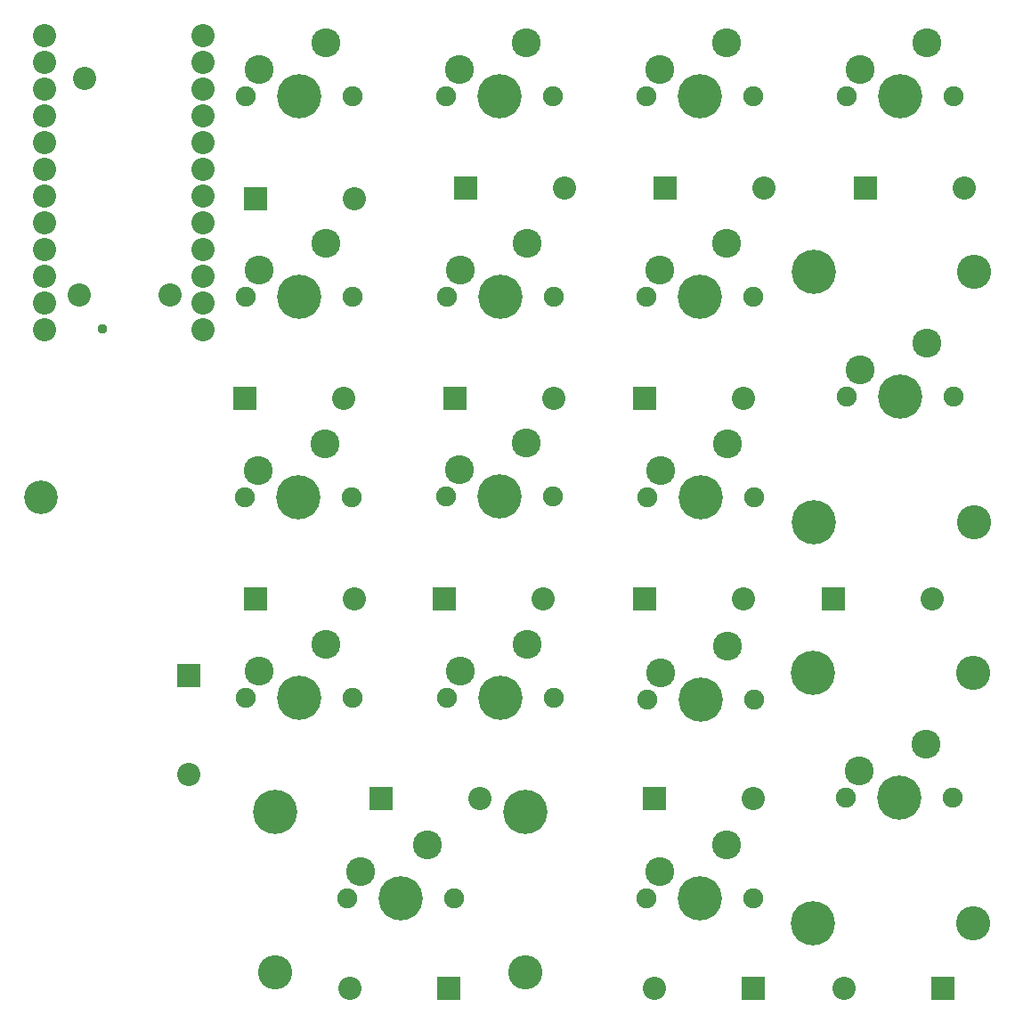
<source format=gbr>
G04 EAGLE Gerber RS-274X export*
G75*
%MOMM*%
%FSLAX34Y34*%
%LPD*%
%INSoldermask Top*%
%IPPOS*%
%AMOC8*
5,1,8,0,0,1.08239X$1,22.5*%
G01*
%ADD10C,3.203200*%
%ADD11C,4.203200*%
%ADD12C,1.903200*%
%ADD13C,2.743200*%
%ADD14C,3.253200*%
%ADD15C,2.203200*%
%ADD16R,2.203200X2.203200*%
%ADD17C,0.959600*%


D10*
X39370Y556260D03*
D11*
X665480Y175260D03*
D12*
X614680Y175260D03*
X716280Y175260D03*
D13*
X627380Y200660D03*
X690880Y226060D03*
D11*
X284480Y937260D03*
D12*
X233680Y937260D03*
X335280Y937260D03*
D13*
X246380Y962660D03*
X309880Y988060D03*
D11*
X855980Y937260D03*
D12*
X805180Y937260D03*
X906780Y937260D03*
D13*
X817880Y962660D03*
X881380Y988060D03*
D11*
X381000Y175260D03*
D12*
X330200Y175260D03*
X431800Y175260D03*
D14*
X262000Y105260D03*
X500000Y105260D03*
D11*
X262000Y257660D03*
X500000Y257660D03*
D13*
X342900Y200660D03*
X406400Y226060D03*
D11*
X856400Y651440D03*
D12*
X805600Y651440D03*
X907200Y651440D03*
D14*
X926400Y532440D03*
X926400Y770440D03*
D11*
X774000Y532440D03*
X774000Y770440D03*
D13*
X818300Y676840D03*
X881800Y702240D03*
D11*
X475530Y937060D03*
D12*
X424730Y937060D03*
X526330Y937060D03*
D13*
X437430Y962460D03*
X500930Y987860D03*
D11*
X665670Y937060D03*
D12*
X614870Y937060D03*
X716470Y937060D03*
D13*
X627570Y962460D03*
X691070Y987860D03*
D11*
X284540Y747060D03*
D12*
X233740Y747060D03*
X335340Y747060D03*
D13*
X246440Y772460D03*
X309940Y797860D03*
D11*
X475790Y747060D03*
D12*
X424990Y747060D03*
X526590Y747060D03*
D13*
X437690Y772460D03*
X501190Y797860D03*
D11*
X665930Y746900D03*
D12*
X615130Y746900D03*
X716730Y746900D03*
D13*
X627830Y772300D03*
X691330Y797700D03*
D11*
X666800Y555810D03*
D12*
X616000Y555810D03*
X717600Y555810D03*
D13*
X628700Y581210D03*
X692200Y606610D03*
D11*
X475670Y557080D03*
D12*
X424870Y557080D03*
X526470Y557080D03*
D13*
X437570Y582480D03*
X501070Y607880D03*
D11*
X284380Y555810D03*
D12*
X233580Y555810D03*
X335180Y555810D03*
D13*
X246280Y581210D03*
X309780Y606610D03*
D11*
X284520Y365810D03*
D12*
X233720Y365810D03*
X335320Y365810D03*
D13*
X246420Y391210D03*
X309920Y416610D03*
D11*
X855910Y270810D03*
D12*
X805110Y270810D03*
X906710Y270810D03*
D14*
X925910Y151810D03*
X925910Y389810D03*
D11*
X773510Y151810D03*
X773510Y389810D03*
D13*
X817810Y296210D03*
X881310Y321610D03*
D11*
X475930Y365810D03*
D12*
X425130Y365810D03*
X526730Y365810D03*
D13*
X437830Y391210D03*
X501330Y416610D03*
D11*
X666800Y364400D03*
D12*
X616000Y364400D03*
X717600Y364400D03*
D13*
X628700Y389800D03*
X692200Y415200D03*
D15*
X42500Y715400D03*
X42500Y740800D03*
X42500Y766200D03*
X42500Y791600D03*
X42500Y817000D03*
X42500Y842400D03*
X42500Y867800D03*
X42500Y893200D03*
X42500Y918600D03*
X42500Y944000D03*
X42500Y969400D03*
X42500Y994800D03*
X193700Y715400D03*
X193700Y740800D03*
X193700Y766200D03*
X193700Y791600D03*
X193700Y817000D03*
X193700Y842400D03*
X193700Y867800D03*
X193700Y893200D03*
X193700Y918600D03*
X193700Y944000D03*
X193700Y969400D03*
X193700Y994800D03*
X80500Y953800D03*
X75520Y748400D03*
X161880Y748400D03*
D16*
X442950Y850000D03*
D15*
X537050Y850000D03*
D16*
X632950Y850000D03*
D15*
X727050Y850000D03*
D16*
X822950Y850000D03*
D15*
X917050Y850000D03*
D16*
X232950Y650000D03*
D15*
X327050Y650000D03*
D16*
X432950Y650000D03*
D15*
X527050Y650000D03*
D16*
X612950Y650000D03*
D15*
X707050Y650000D03*
D16*
X242950Y460000D03*
D15*
X337050Y460000D03*
D16*
X422950Y460000D03*
D15*
X517050Y460000D03*
D16*
X612950Y460000D03*
D15*
X707050Y460000D03*
D16*
X792950Y460000D03*
D15*
X887050Y460000D03*
D16*
X897050Y90000D03*
D15*
X802950Y90000D03*
D16*
X622950Y270000D03*
D15*
X717050Y270000D03*
D16*
X362950Y270000D03*
D15*
X457050Y270000D03*
D16*
X180000Y387050D03*
D15*
X180000Y292950D03*
D16*
X717050Y90000D03*
D15*
X622950Y90000D03*
D16*
X427050Y90000D03*
D15*
X332950Y90000D03*
D16*
X242950Y840000D03*
D15*
X337050Y840000D03*
D17*
X97536Y716280D03*
M02*

</source>
